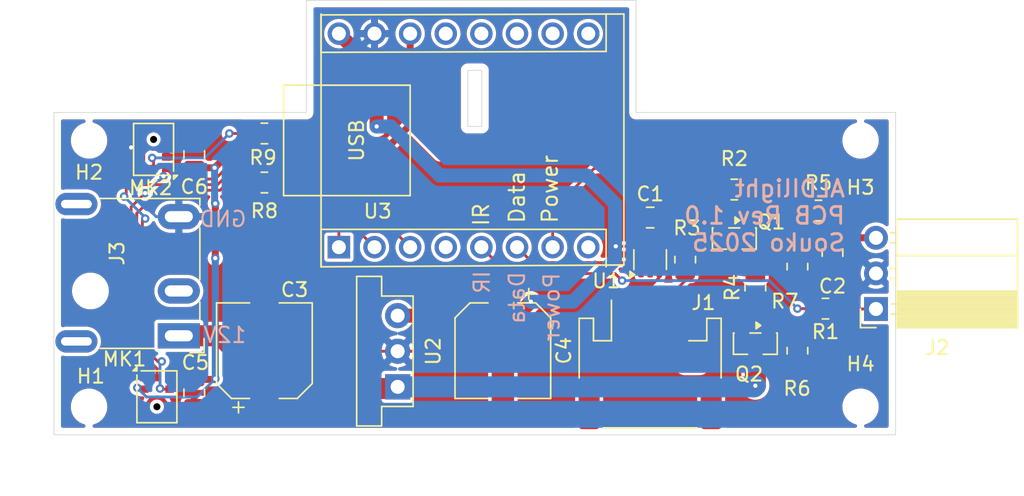
<source format=kicad_pcb>
(kicad_pcb
	(version 20241229)
	(generator "pcbnew")
	(generator_version "9.0")
	(general
		(thickness 1.6)
		(legacy_teardrops no)
	)
	(paper "A4")
	(layers
		(0 "F.Cu" signal)
		(2 "B.Cu" signal)
		(9 "F.Adhes" user "F.Adhesive")
		(11 "B.Adhes" user "B.Adhesive")
		(13 "F.Paste" user)
		(15 "B.Paste" user)
		(5 "F.SilkS" user "F.Silkscreen")
		(7 "B.SilkS" user "B.Silkscreen")
		(1 "F.Mask" user)
		(3 "B.Mask" user)
		(17 "Dwgs.User" user "User.Drawings")
		(19 "Cmts.User" user "User.Comments")
		(21 "Eco1.User" user "User.Eco1")
		(23 "Eco2.User" user "User.Eco2")
		(25 "Edge.Cuts" user)
		(27 "Margin" user)
		(31 "F.CrtYd" user "F.Courtyard")
		(29 "B.CrtYd" user "B.Courtyard")
		(35 "F.Fab" user)
		(33 "B.Fab" user)
		(39 "User.1" user)
		(41 "User.2" user)
		(43 "User.3" user)
		(45 "User.4" user)
	)
	(setup
		(pad_to_mask_clearance 0)
		(allow_soldermask_bridges_in_footprints no)
		(tenting front back)
		(pcbplotparams
			(layerselection 0x00000000_00000000_55555555_5755f5ff)
			(plot_on_all_layers_selection 0x00000000_00000000_00000000_00000000)
			(disableapertmacros no)
			(usegerberextensions no)
			(usegerberattributes yes)
			(usegerberadvancedattributes yes)
			(creategerberjobfile yes)
			(dashed_line_dash_ratio 12.000000)
			(dashed_line_gap_ratio 3.000000)
			(svgprecision 4)
			(plotframeref no)
			(mode 1)
			(useauxorigin no)
			(hpglpennumber 1)
			(hpglpenspeed 20)
			(hpglpendiameter 15.000000)
			(pdf_front_fp_property_popups yes)
			(pdf_back_fp_property_popups yes)
			(pdf_metadata yes)
			(pdf_single_document no)
			(dxfpolygonmode yes)
			(dxfimperialunits yes)
			(dxfusepcbnewfont yes)
			(psnegative no)
			(psa4output no)
			(plot_black_and_white yes)
			(sketchpadsonfab no)
			(plotpadnumbers no)
			(hidednponfab no)
			(sketchdnponfab yes)
			(crossoutdnponfab yes)
			(subtractmaskfromsilk no)
			(outputformat 1)
			(mirror no)
			(drillshape 1)
			(scaleselection 1)
			(outputdirectory "")
		)
	)
	(net 0 "")
	(net 1 "+5V")
	(net 2 "GND")
	(net 3 "Net-(J2-Pin_3)")
	(net 4 "+12V")
	(net 5 "+3.3V")
	(net 6 "DATA")
	(net 7 "12V_Switched")
	(net 8 "Net-(J2-Pin_1)")
	(net 9 "MIC_WS")
	(net 10 "Net-(MK1-SD)")
	(net 11 "MIC_SCK")
	(net 12 "Net-(MK2-SD)")
	(net 13 "LED_POWER")
	(net 14 "Net-(Q1-D)")
	(net 15 "Net-(Q2-G)")
	(net 16 "IR")
	(net 17 "Net-(R3-Pad2)")
	(net 18 "MIC_SD")
	(net 19 "LED_DATA")
	(net 20 "unconnected-(U1-Pad1)")
	(net 21 "unconnected-(U3-GPIO1-Pad1)")
	(net 22 "unconnected-(U3-GPIO8-Pad8)")
	(net 23 "unconnected-(U3-GPIO0-Pad0)")
	(net 24 "unconnected-(U3-GPIO21-Pad21)")
	(net 25 "unconnected-(U3-GPIO2-Pad2)")
	(net 26 "unconnected-(U3-GPIO3-Pad3)")
	(net 27 "unconnected-(U3-GPIO4-Pad4)")
	(footprint "Capacitor_SMD:C_0805_2012Metric" (layer "F.Cu") (at 142.5 34.5))
	(footprint "Connector_BarrelJack:BarrelJack_CUI_PJ-079BH_Horizontal" (layer "F.Cu") (at 108.9 42.9375 -90))
	(footprint "MountingHole:MountingHole_2.1mm" (layer "F.Cu") (at 102.5 48))
	(footprint "Converter_DCDC:Converter_DCDC_Murata_OKI-78SR_Vertical" (layer "F.Cu") (at 124.5 46.58 90))
	(footprint "Resistor_SMD:R_0805_2012Metric" (layer "F.Cu") (at 145 37.5 90))
	(footprint "Capacitor_SMD:C_0805_2012Metric" (layer "F.Cu") (at 110 30 90))
	(footprint "Package_TO_SOT_SMD:SOT-23" (layer "F.Cu") (at 148.5 36 -90))
	(footprint "Resistor_SMD:R_0805_2012Metric" (layer "F.Cu") (at 153 44 -90))
	(footprint "Sensor_Audio:InvenSense_ICS-43434-6_3.5x2.65mm" (layer "F.Cu") (at 107.3375 47.29))
	(footprint "Connector_JST:JST_PH_S3B-PH-SM4-TB_1x03-1MP_P2.00mm_Horizontal" (layer "F.Cu") (at 142.5 45))
	(footprint "Resistor_SMD:R_0805_2012Metric" (layer "F.Cu") (at 154.5 34 180))
	(footprint "Capacitor_SMD:CP_Elec_6.3x7.7" (layer "F.Cu") (at 115 44 90))
	(footprint "Resistor_SMD:R_0805_2012Metric" (layer "F.Cu") (at 153 38 90))
	(footprint "Resistor_SMD:R_0805_2012Metric" (layer "F.Cu") (at 115 28.5))
	(footprint "MountingHole:MountingHole_2.1mm" (layer "F.Cu") (at 102.5 29))
	(footprint "MountingHole:MountingHole_2.1mm" (layer "F.Cu") (at 157.5 48))
	(footprint "Package_TO_SOT_SMD:SOT-23" (layer "F.Cu") (at 150 43.5 -90))
	(footprint "Package_TO_SOT_SMD:SOT-353_SC-70-5" (layer "F.Cu") (at 142.5 37.5 90))
	(footprint "Capacitor_SMD:C_0805_2012Metric" (layer "F.Cu") (at 155.5 37 -90))
	(footprint "Resistor_SMD:R_0805_2012Metric" (layer "F.Cu") (at 148.5 32.5 180))
	(footprint "Capacitor_SMD:C_0805_2012Metric" (layer "F.Cu") (at 110 47 -90))
	(footprint "Resistor_SMD:R_0805_2012Metric" (layer "F.Cu") (at 115 32))
	(footprint "Resistor_SMD:R_0805_2012Metric" (layer "F.Cu") (at 155 41 180))
	(footprint "Capacitor_SMD:CP_Elec_6.3x5.4" (layer "F.Cu") (at 132 44 -90))
	(footprint "Resistor_SMD:R_0805_2012Metric" (layer "F.Cu") (at 150 39.5 90))
	(footprint "Connector_PinSocket_2.54mm:PinSocket_1x03_P2.54mm_Horizontal" (layer "F.Cu") (at 158.6 41.025 180))
	(footprint "Sensor_Audio:InvenSense_ICS-43434-6_3.5x2.65mm" (layer "F.Cu") (at 107.1 29.636 180))
	(footprint "ESP32-C3-SuperMini:ESP32_C3_Super_Mini" (layer "F.Cu") (at 120.31 36.615 90))
	(footprint "MountingHole:MountingHole_2.1mm" (layer "F.Cu") (at 157.5 29))
	(gr_line
		(start 129.5 28)
		(end 130.5 28)
		(stroke
			(width 0.05)
			(type default)
		)
		(layer "Edge.Cuts")
		(uuid "05ef78e6-04ae-44b4-a8a8-eb79d4c0e907")
	)
	(gr_line
		(start 129.5 28)
		(end 129.5 24)
		(stroke
			(width 0.05)
			(type default)
		)
		(layer "Edge.Cuts")
		(uuid "2457412d-2184-4006-88ff-61e1564ac069")
	)
	(gr_line
		(start 118 19)
		(end 141.5 19)
		(stroke
			(width 0.05)
			(type default)
		)
		(layer "Edge.Cuts")
		(uuid "2e69e76a-01cd-48a4-be53-75da5d02078d")
	)
	(gr_line
		(start 130.5 24)
		(end 129.5 24)
		(stroke
			(width 0.05)
			(type default)
		)
		(layer "Edge.Cuts")
		(uuid "342fae6f-e9ea-457a-9336-92d474e8f172")
	)
	(gr_line
		(start 160 27)
		(end 141.5 27)
		(stroke
			(width 0.05)
			(type default)
		)
		(layer "Edge.Cuts")
		(uuid "3bac50cc-cfdd-4b95-8e2b-9d6dce351330")
	)
	(gr_line
		(start 118 27)
		(end 118 19)
		(stroke
			(width 0.05)
			(type default)
		)
		(layer "Edge.Cuts")
		(uuid "64a67b31-e01f-4094-be34-e8e82c19e421")
	)
	(gr_line
		(start 100 50)
		(end 160 50)
		(stroke
			(width 0.05)
			(type default)
		)
		(layer "Edge.Cuts")
		(uuid "72fd05a0-8a3e-4ec3-bfc1-f13644cf9169")
	)
	(gr_line
		(start 130.5 28)
		(end 130.5 24)
		(stroke
			(width 0.05)
			(type default)
		)
		(layer "Edge.Cuts")
		(uuid "78ac70b2-806e-461b-b9c8-e92bed9f11de")
	)
	(gr_line
		(start 100 27)
		(end 118 27)
		(stroke
			(width 0.05)
			(type default)
		)
		(layer "Edge.Cuts")
		(uuid "ba16d200-3bdf-409e-aab7-c379c55b2c7e")
	)
	(gr_line
		(start 141.5 19)
		(end 141.5 27)
		(stroke
			(width 0.05)
			(type default)
		)
		(layer "Edge.Cuts")
		(uuid "c5f70d92-6e8b-490f-ad87-fed9d509e742")
	)
	(gr_line
		(start 100 27)
		(end 100 50)
		(stroke
			(width 0.05)
			(type default)
		)
		(layer "Edge.Cuts")
		(uuid "dc7f8b42-f4d2-48d4-9686-f855410b0772")
	)
	(gr_line
		(start 160 50)
		(end 160 27)
		(stroke
			(width 0.05)
			(type default)
		)
		(layer "Edge.Cuts")
		(uuid "e52ff787-e48a-46ef-9227-99ccdc892db9")
	)
	(gr_text "IR"
		(at 131.1 35.2 90)
		(layer "F.SilkS")
		(uuid "58f88f42-2700-4058-8dee-62e1a466c680")
		(effects
			(font
				(size 1.1 1.1)
				(thickness 0.15)
			)
			(justify left bottom)
		)
	)
	(gr_text "Data"
		(at 133.65 35 90)
		(layer "F.SilkS")
		(uuid "b355e603-acdf-4d34-9bef-c41f5b105d64")
		(effects
			(font
				(size 1.1 1.1)
				(thickness 0.15)
			)
			(justify left bottom)
		)
	)
	(gr_text "Power"
		(at 136 35 90)
		(layer "F.SilkS")
		(uuid "f8408a1d-38c5-4d33-b57a-8165811f0a8a")
		(effects
			(font
				(size 1.1 1.1)
				(thickness 0.15)
			)
			(justify left bottom)
		)
	)
	(gr_text "Power"
		(at 136.125 38.35 90)
		(layer "B.SilkS")
		(uuid "0e4d0068-9272-4df4-a97c-38ec8b1e511a")
		(effects
			(font
				(size 1.1 1.1)
				(thickness 0.15)
			)
			(justify left bottom mirror)
		)
	)
	(gr_text "GND"
		(at 113.825 35.25 0)
		(layer "B.SilkS")
		(uuid "2bde7891-a869-4148-a8bb-311f29042743")
		(effects
			(font
				(size 1.1 1.1)
				(thickness 0.15)
			)
			(justify left bottom mirror)
		)
	)
	(gr_text "IR"
		(at 131.15 38.2 90)
		(layer "B.SilkS")
		(uuid "4e538daf-5bbd-4346-a376-03149fa6e005")
		(effects
			(font
				(size 1.1 1.1)
				(thickness 0.15)
			)
			(justify left bottom mirror)
		)
	)
	(gr_text "12V"
		(at 113.8 43.525 -0)
		(layer "B.SilkS")
		(uuid "791bf097-3739-44dc-b85c-d440edd98632")
		(effects
			(font
				(size 1.1 1.1)
				(thickness 0.15)
			)
			(justify left bottom mirror)
		)
	)
	(gr_text "ALDIlight\nPCB Rev 1.0\nSouko 2025"
		(at 156.5 37 0)
		(layer "B.SilkS")
		(uuid "c29446c6-215e-44e9-b9e1-6747a7bf2a09")
		(effects
			(font
				(size 1.2 1.2)
				(thickness 0.2)
			)
			(justify left bottom mirror)
		)
	)
	(gr_text "Data"
		(at 133.65 38.275 90)
		(layer "B.SilkS")
		(uuid "e832d5d3-19e9-4965-b995-82f2f8bbc165")
		(effects
			(font
				(size 1.1 1.1)
				(thickness 0.15)
			)
			(justify left bottom mirror)
		)
	)
	(segment
		(start 141.55 35.35)
		(end 141.55 34.5)
		(width 0.2)
		(layer "F.Cu")
		(net 1)
		(uuid "294956b7-f15c-48c6-9778-8281aa38ad55")
	)
	(segment
		(start 127.3 41.2)
		(end 127 41.5)
		(width 1)
		(layer "F.Cu")
		(net 1)
		(uuid "321dbd85-5777-4514-86bc-367fec3678df")
	)
	(segment
		(start 141.85 36.55)
		(end 140.05 36.55)
		(width 0.2)
		(layer "F.Cu")
		(net 1)
		(uuid "3453a086-e8b1-40ad-8ff2-a750cb8346c8")
	)
	(segment
		(start 132 41.2)
		(end 127.3 41.2)
		(width 1)
		(layer "F.Cu")
		(net 1)
		(uuid "35bedd75-6b29-4af4-8c6a-bacd7687befa")
	)
	(segment
		(start 140.05 36.55)
		(end 140 36.5)
		(width 0.2)
		(layer "F.Cu")
		(net 1)
		(uuid "369ddbbe-405e-47e6-a3d8-3513e2e7af21")
	)
	(segment
		(start 127 41.5)
		(end 124.5 41.5)
		(width 1)
		(layer "F.Cu")
		(net 1)
		(uuid "3aff8e2c-1d46-4722-b61a-ed65fd3bb492")
	)
	(segment
		(start 133.3 41.2)
		(end 134 40.5)
		(width 1)
		(layer "F.Cu")
		(net 1)
		(uuid "80353118-9122-4067-bdfc-f9ddcf1b70da")
	)
	(segment
		(start 132 41.2)
		(end 133.3 41.2)
		(width 1)
		(layer "F.Cu")
		(net 1)
		(uuid "8d11f6d0-fbcd-4d56-bb5d-932cc21fbbb3")
	)
	(segment
		(start 123 28)
		(end 123 24.065)
		(width 1)
		(layer "F.Cu")
		(net 1)
		(uuid "af1d827e-dda5-43de-adb9-7cee39d825f1")
	)
	(segment
		(start 141.85 35.65)
		(end 141.55 35.35)
		(width 0.2)
		(layer "F.Cu")
		(net 1)
		(uuid "c169b084-49d5-427a-8ce2-8b13b5b033b0")
	)
	(segment
		(start 123 24.065)
		(end 120.31 21.375)
		(width 1)
		(layer "F.Cu")
		(net 1)
		(uuid "c411fdfb-b073-4e54-813d-f41f22fd606f")
	)
	(segment
		(start 141.85 36.55)
		(end 141.85 35.65)
		(width 0.2)
		(layer "F.Cu")
		(net 1)
		(uuid "db0b4c17-04fa-4122-9281-f474033675de")
	)
	(via
		(at 134 40.5)
		(size 0.6)
		(drill 0.3)
		(layers "F.Cu" "B.Cu")
		(net 1)
		(uuid "a521b090-2f8e-4c5e-b6e1-84b4970b5519")
	)
	(via
		(at 123 28)
		(size 0.6)
		(drill 0.3)
		(layers "F.Cu" "B.Cu")
		(net 1)
		(uuid "dae77e67-8e5f-4ae8-a01a-8a39eeb4dc05")
	)
	(via
		(at 140.05 36.55)
		(size 0.6)
		(drill 0.3)
		(layers "F.Cu" "B.Cu")
		(net 1)
		(uuid "eeeac614-88c1-4415-854d-af22b0c9b2ff")
	)
	(segment
		(start 124 28)
		(end 123 28)
		(width 1)
		(layer "B.Cu")
		(net 1)
		(uuid "02c69407-3af2-456b-a350-daa54671dad2")
	)
	(segment
		(start 140 33.5)
		(end 140 36.5)
		(width 1)
		(layer "B.Cu")
		(net 1)
		(uuid "211b24a9-9cb3-4787-8b2c-89a576df522d")
	)
	(segment
		(start 140 37.5)
		(end 137 40.5)
		(width 1)
		(layer "B.Cu")
		(net 1)
		(uuid "32711404-8698-4327-acbf-736e2b4a1994")
	)
	(segment
		(start 137 40.5)
		(end 134 40.5)
		(width 1)
		(layer "B.Cu")
		(net 1)
		(uuid "33363254-d37b-4d5b-a8bd-ed8d7298b737")
	)
	(segment
		(start 127.5 31.5)
		(end 124 28)
		(width 1)
		(layer "B.Cu")
		(net 1)
		(uuid "4d88c0d5-8658-403a-922a-e49454eb13de")
	)
	(segment
		(start 138 31.5)
		(end 140 33.5)
		(width 1)
		(layer "B.Cu")
		(net 1)
		(uuid "7300c871-991b-4d5e-ba87-33b1a22b9e81")
	)
	(segment
		(start 140 36.5)
		(end 140 37.5)
		(width 1)
		(layer "B.Cu")
		(net 1)
		(uuid "95af65d4-05a8-47d4-b0a1-da8cb70175e2")
	)
	(segment
		(start 127.5 31.5)
		(end 138 31.5)
		(width 1)
		(layer "B.Cu")
		(net 1)
		(uuid "f33b5eb8-2e8e-4bd6-8220-4a72625def5a")
	)
	(segment
		(start 110 27.601)
		(end 110 29.05)
		(width 0.2)
		(layer "F.Cu")
		(net 2)
		(uuid "02250283-66c0-4f37-986a-49557ca1074b")
	)
	(segment
		(start 142.88113 35.924)
		(end 142.649 36.15613)
		(width 0.2)
		(layer "F.Cu")
		(net 2)
		(uuid "0305c85c-c680-4565-9222-8c5c5fe9a2ce")
	)
	(segment
		(start 143.15 38.45)
		(end 143.15 37.501)
		(width 0.2)
		(layer "F.Cu")
		(net 2)
		(uuid "05dcabbd-9e09-49b5-8e67-61a772eb7cd3")
	)
	(segment
		(start 124.5 44.04)
		(end 115.54 44.04)
		(width 0.2)
		(layer "F.Cu")
		(net 2)
		(uuid "1c3ceba9-a665-42b4-88d2-1c89202a2a62")
	)
	(segment
		(start 110 29.05)
		(end 108.45 29.05)
		(width 0.2)
		(layer "F.Cu")
		(net 2)
		(uuid "1e271c6f-ca0d-4893-9515-28ec098d61b2")
	)
	(segment
		(start 105.5 28.5)
		(end 105.5 28)
		(width 0.2)
		(layer "F.Cu")
		(net 2)
		(uuid "22c30dd7-ead3-466a-83b8-92a253c6204b")
	)
	(segment
		(start 108.45 29.05)
		(end 108 29.5)
		(width 0.2)
		(layer "F.Cu")
		(net 2)
		(uuid "243a019b-af91-4d72-b6e8-f8f8de4e3ef7")
	)
	(segment
		(start 115.54 44.04)
		(end 115 43.5)
		(width 0.2)
		(layer "F.Cu")
		(net 2)
		(uuid "2d9b984e-ec4b-4524-82c1-f8cf1d1dc8c9")
	)
	(segment
		(start 105.926 28.926)
		(end 105.5 28.5)
		(width 0.2)
		(layer "F.Cu")
		(net 2)
		(uuid "301ee5d7-60ae-48f8-8714-9b34559eb6c0")
	)
	(segment
		(start 147.5875 32.5)
		(end 147.5875 35.025)
		(width 0.2)
		(layer "F.Cu")
		(net 2)
		(uuid "3043b064-267e-4acf-a7ca-a9631cdda324")
	)
	(segment
		(start 146 34.5)
		(end 143.45 34.5)
		(width 0.2)
		(layer "F.Cu")
		(net 2)
		(uuid "395a7c28-3656-46c8-b6a0-232ceffbc404")
	)
	(segment
		(start 110 47.95)
		(end 108.05 47.95)
		(width 0.2)
		(layer "F.Cu")
		(net 2)
		(uuid "3e24f3b0-1bf1-4256-9520-9389a03dd757")
	)
	(segment
		(start 126.94 44.04)
		(end 129.7 46.8)
		(width 0.2)
		(layer "F.Cu")
		(net 2)
		(uuid "42aa7b2b-6524-42b3-acc9-5288a5478e78")
	)
	(segment
		(start 143.026 35.924)
		(end 143.45 35.5)
		(width 0.2)
		(layer "F.Cu")
		(net 2)
		(uuid "481ef29f-ee63-43be-b98b-cb5ba57b6d25")
	)
	(segment
		(start 143.45 35.5)
		(end 143.45 34.5)
		(width 0.2)
		(layer "F.Cu")
		(net 2)
		(uuid "51d3eeda-0352-4d55-aa65-cfd1d8903461")
	)
	(segment
		(start 136.5 45.5)
		(end 140 45.5)
		(width 0.2)
		(layer "F.Cu")
		(net 2)
		(uuid "5b9df24e-ca44-4b52-ae50-4257fbaa8683")
	)
	(segment
		(start 111.95 47.95)
		(end 113 49)
		(width 0.2)
		(layer "F.Cu")
		(net 2)
		(uuid "5f3e2e43-18e5-4bec-9153-303ee5af40f5")
	)
	(segment
		(start 143.026 35.924)
		(end 142.88113 35.924)
		(width 0.2)
		(layer "F.Cu")
		(net 2)
		(uuid "63f320f2-6374-4a33-bcd5-dd59f857e029")
	)
	(segment
		(start 105.5 28.5)
		(end 105.5 29.5)
		(width 0.2)
		(layer "F.Cu")
		(net 2)
		(uuid "65a708b9-a9b8-4d23-a162-0a2bf9c6b918")
	)
	(segment
		(start 143.15 38.774999)
		(end 142.424999 39.5)
		(width 0.2)
		(layer "F.Cu")
		(net 2)
		(uuid "67d4da5f-0670-4aa5-888a-60c6bf55f782")
	)
	(segment
		(start 115 41.3)
		(end 115 43.5)
		(width 0.2)
		(layer "F.Cu")
		(net 2)
		(uuid "6e245632-8c56-421f-aab2-b48c0b4a8b88")
	)
	(segment
		(start 140.5 45)
		(end 140.5 42.15)
		(width 0.2)
		(layer "F.Cu")
		(net 2)
		(uuid "6e90a1cc-81d8-4276-9ac7-55dfdc1a72a0")
	)
	(segment
		(start 147.55 35.0625)
		(end 146.5625 35.0625)
		(width 0.2)
		(layer "F.Cu")
		(net 2)
		(uuid "7715cd4d-653f-4acc-af3f-1c5450fd3498")
	)
	(segment
		(start 143.15 38.45)
		(end 143.15 38.774999)
		(width 0.2)
		(layer "F.Cu")
		(net 2)
		(uuid "7a711ff8-58c9-4e84-a589-c2517a4de55d")
	)
	(segment
		(start 113 49)
		(end 127.5 49)
		(width 0.2)
		(layer "F.Cu")
		(net 2)
		(uuid "7d010196-6814-4d94-bbc4-4fd424ea7864")
	)
	(segment
		(start 105.899 27.601)
		(end 110 27.601)
		(width 0.2)
		(layer "F.Cu")
		(net 2)
		(uuid "8109428b-3fac-45d6-835d-443b2207a646")
	)
	(segment
		(start 135.2 46.8)
		(end 136.5 45.5)
		(width 0.2)
		(layer "F.Cu")
		(net 2)
		(uuid "8435212f-d492-44ce-a175-9071a844dc7d")
	)
	(segment
		(start 146.5625 35.0625)
		(end 146 34.5)
		(width 0.2)
		(layer "F.Cu")
		(net 2)
		(uuid "89365eea-6f70-441f-8dd5-dfa9b7663fc9")
	)
	(segment
		(start 108.9 36.4)
		(end 110.5 38)
		(width 0.2)
		(layer "F.Cu")
		(net 2)
		(uuid "8a090dd6-ee27-4c37-b8d7-99d38a5ab84f")
	)
	(segment
		(start 110.5 38)
		(end 115 38)
		(width 0.2)
		(layer "F.Cu")
		(net 2)
		(uuid "99c5ebfb-be28-48bc-addc-be7bd3f7cf29")
	)
	(segment
		(start 115 38)
		(end 115 41.3)
		(width 0.2)
		(layer "F.Cu")
		(net 2)
		(uuid "9dee00ac-6613-46e7-924f-a68b0419e237")
	)
	(segment
		(start 106.4375 28.926)
		(end 105.926 28.926)
		(width 0.2)
		(layer "F.Cu")
		(net 2)
		(uuid "9eaec44e-63bb-4421-ad45-d648ddc846a8")
	)
	(segment
		(start 124.5 44.04)
		(end 126.94 44.04)
		(width 0.2)
		(layer "F.Cu")
		(net 2)
		(uuid "a0904615-ca68-4cae-88d9-0635d2f02a83")
	)
	(segment
		(start 105.5 28)
		(end 105.899 27.601)
		(width 0.2)
		(layer "F.Cu")
		(net 2)
		(uuid "a1542e0f-85c3-485e-8c25-dfa3e9a3246d")
	)
	(segment
		(start 108.9 34.4375)
		(end 108.9 36.4)
		(width 0.2)
		(layer "F.Cu")
		(net 2)
		(uuid "a49c15b3-05df-4746-b89d-12a6e284d6e2")
	)
	(segment
		(start 132 46.8)
		(end 135.2 46.8)
		(width 0.2)
		(layer "F.Cu")
		(net 2)
		(uuid "a6025ed8-583e-450b-9a63-25e51b22d3d6")
	)
	(segment
		(start 129.7 46.8)
		(end 132 46.8)
		(width 0.2)
		(layer "F.Cu")
		(net 2)
		(uuid "aaf0ae10-2bed-4825-b24c-8b50e7ac1dd5")
	)
	(segment
		(start 110 47.95)
		(end 111.95 47.95)
		(width 0.2)
		(layer "F.Cu")
		(net 2)
		(uuid "aeddc613-05e4-4200-8c04-a01324cf5754")
	)
	(segment
		(start 143.15 37.501)
		(end 142.649 37)
		(width 0.2)
		(layer "F.Cu")
		(net 2)
		(uuid "c31d0389-f083-40bf-91df-e908604809bb")
	)
	(segment
		(start 142.424999 39.5)
		(end 141 39.5)
		(width 0.2)
		(layer "F.Cu")
		(net 2)
		(uuid "c6e87f4f-115c-4273-a015-12ede82a5024")
	)
	(segment
		(start 108.05 47.95)
		(end 108 48)
		(width 0.2)
		(layer "F.Cu")
		(net 2)
		(uuid "dba56f4f-02a8-4807-98f2-0c3063e15ac5")
	)
	(segment
		(start 147.5875 35.025)
		(end 147.55 35.0625)
		(width 0.2)
		(layer "F.Cu")
		(net 2)
		(uuid "e528a6eb-6f73-4f23-a218-710c026ab46b")
	)
	(segment
		(start 140 45.5)
		(end 140.5 45)
		(width 0.2)
		(layer "F.Cu")
		(net 2)
		(uuid "e683a09c-dea3-4a4b-a9d1-31832553a0bb")
	)
	(segment
		(start 140.5 40)
		(end 140.5 42.15)
		(width 0.2)
		(layer "F.Cu")
		(net 2)
		(uuid "e74a8a77-b7a5-46c5-b1eb-d9e3dd6489a0")
	)
	(segment
		(start 141 39.5)
		(end 140.5 40)
		(width 0.2)
		(layer "F.Cu")
		(net 2)
		(uuid "ed1af17f-057d-4bb5-862e-776d2a0b0a45")
	)
	(segment
		(start 142.649 37)
		(end 142.649 36.15613)
		(width 0.2)
		(layer "F.Cu")
		(net 2)
		(uuid "f1460f8e-ead1-4647-9fab-c40e351ceeec")
	)
	(segment
		(start 127.5 49)
		(end 129.7 46.8)
		(width 0.2)
		(layer "F.Cu")
		(net 2)
		(uuid "f5511c79-20d7-4b23-947e-3d4276643d44")
	)
	(segment
		(start 108 29.5)
		(end 108 30.178)
		(width 0.2)
		(layer "F.Cu")
		(net 2)
		(uuid "fdd0aa26-3f04-4770-8f2b-2b0ae8992460")
	)
	(via
		(at 105.5 29.5)
		(size 0.6)
		(drill 0.3)
		(layers "F.Cu" "B.Cu")
		(net 2)
		(uuid "f5ea31a8-8454-41fd-98b2-c40ab3daecc3")
	)
	(segment
		(start 112.5 34.5)
		(end 112.4375 34.4375)
		(width 0.5)
		(layer "B.Cu")
		(net 2)
		(uuid "26eeca36-b244-465a-92e0-0a71409165a5")
	)
	(segment
		(start 105.5 32.650057)
		(end 107.287443 34.4375)
		(width 0.2)
		(layer "B.Cu")
		(net 2)
		(uuid "33d024d9-688c-4dd0-9c15-704f87053d20")
	)
	(segment
		(start 122.85 21.375)
		(end 122.049 22.176)
		(width 0.5)
		(layer "B.Cu")
		(net 2)
		(uuid "72b92b41-bd8b-4215-976b-4f1969502c99")
	)
	(segment
		(start 122.049 22.176)
		(end 122.049 30.451)
		(width 0.5)
		(layer "B.Cu")
		(net 2)
		(uuid "8405c4c2-075e-48f7-859a-f57a91435c70")
	)
	(segment
		(start 118 34.5)
		(end 112.5 34.5)
		(width 0.5)
		(layer "B.Cu")
		(net 2)
		(uuid "98c57d8b-faa9-4775-bb7d-32be86650cfe")
	)
	(segment
		(start 112.4375 34.4375)
		(end 108.9 34.4375)
		(width 0.5)
		(layer "B.Cu")
		(net 2)
		(uuid "bf6cd65c-b26c-49d5-9fde-93f21f052a12")
	)
	(segment
		(start 105.5 29.5)
		(end 105.5 32.650057)
		(width 0.2)
		(layer "B.Cu")
		(net 2)
		(uuid "d576530d-0dd6-49f8-a09a-311fc2737bff")
	)
	(segment
		(start 122.049 30.451)
		(end 118 34.5)
		(width 0.5)
		(layer "B.Cu")
		(net 2)
		(uuid "db8ea3ff-e4e8-4b55-a335-cf42532a1cc0")
	)
	(segment
		(start 107.287443 34.4375)
		(end 108.9 34.4375)
		(width 0.2)
		(layer "B.Cu")
		(net 2)
		(uuid "fc1358bd-134b-423c-9c64-bc05bc57bca3")
	)
	(segment
		(start 158.6 35.945)
		(end 155.605 35.945)
		(width 0.5)
		(layer "F.Cu")
		(net 3)
		(uuid "10aa0702-9fa1-42fb-84e8-de883ca84351")
	)
	(segment
		(start 155.4125 34)
		(end 155.4125 35.9625)
		(width 0.5)
		(layer "F.Cu")
		(net 3)
		(uuid "7e26ec47-cc5b-4f06-939a-55b860542155")
	)
	(segment
		(start 155.4125 35.9625)
		(end 155.5 36.05)
		(width 0.5)
		(layer "F.Cu")
		(net 3)
		(uuid "9e9c5648-c7d9-46ce-a8bf-10b9ad0a1a75")
	)
	(segment
		(start 155.605 35.945)
		(end 155.5 36.05)
		(width 0.5)
		(layer "F.Cu")
		(net 3)
		(uuid "b1ac081c-485f-4a05-8763-332f0a576775")
	)
	(segment
		(start 114.8 46.5)
		(end 115 46.7)
		(width 1.5)
		(layer "F.Cu")
		(net 4)
		(uuid "1630e96e-8f8b-4cb7-8bfc-5adb2ece4447")
	)
	(segment
		(start 111.9 42.9375)
		(end 113 44.0375)
		(width 1.5)
		(layer "F.Cu")
		(net 4)
		(uuid "2f1e000d-bf04-491c-bcdc-3ac8be891fcd")
	)
	(segment
		(start 115 46.7)
		(end 124.38 46.7)
		(width 1.5)
		(layer "F.Cu")
		(net 4)
		(uuid "384dbdc9-4173-4941-8f4f-8c815a9b60d3")
	)
	(segment
		(start 150.475 44.9125)
		(end 150 44.4375)
		(width 0.5)
		(layer "F.Cu")
		(net 4)
		(uuid "3bebca31-94da-4cc1-b4de-75524a33277a")
	)
	(segment
		(start 108.9 42.9375)
		(end 111.9 42.9375)
		(width 1.5)
		(layer "F.Cu")
		(net 4)
		(uuid "577f96f2-e8b5-4fbb-8b4d-76089efbcc66")
	)
	(segment
		(start 124.38 46.7)
		(end 124.5 46.58)
		(width 1.5)
		(layer "F.Cu")
		(net 4)
		(uuid "9a9ece8c-ca33-4a76-9d9b-180e0937f761")
	)
	(segment
		(start 113 44.0375)
		(end 113 46.5)
		(width 1.5)
		(layer "F.Cu")
		(net 4)
		(uuid "ac566aa2-5261-40c5-935f-a6f3988bac49")
	)
	(segment
		(start 113 46.5)
		(end 114.8 46.5)
		(width 1.5)
		(layer "F.Cu")
		(net 4)
		(uuid "d340abcb-78fe-4fec-ab7d-bcc2463b024b")
	)
	(segment
		(start 153 44.9125)
		(end 150.475 44.9125)
		(width 0.5)
		(layer "F.Cu")
		(net 4)
		(uuid "f2a63ee3-c9fd-4181-b689-08b192710917")
	)
	(segment
		(start 150 46.5)
		(end 150 44.4375)
		(width 1.5)
		(layer "F.Cu")
		(net 4)
		(uuid "f431361d-affc-44f6-a9d9-585fcd5406b5")
	)
	(via
		(at 150 46.5)
		(size 0.6)
		(drill 0.3)
		(layers "F.Cu" "B.Cu")
		(net 4)
		(uuid "623734b4-7195-456a-be6f-39d55b267660")
	)
	(segment
		(start 149.92 46.58)
		(end 150 46.5)
		(width 1.5)
		(layer "B.Cu")
		(net 4)
		(uuid "0bcf7087-e2e7-43b0-a4a6-d20d78cf7c62")
	)
	(segment
		(start 124.5 46.58)
		(end 149.92 46.58)
		(width 1.5)
		(layer "B.Cu")
		(net 4)
		(uuid "af3cae63-e0b5-4e6b-b4d3-d1375280a83c")
	)
	(segment
		(start 153.5875 33.0875)
		(end 153.5875 34)
		(width 0.5)
		(layer "F.Cu")
		(net 5)
		(uuid "0517a1ca-4afd-40a6-9e1a-8c2bc7e174c0")
	)
	(segment
		(start 108.2375 45.926)
		(end 109.876 45.926)
		(width 0.2)
		(layer "F.Cu")
		(net 5)
		(uuid "061dfec0-6797-41e8-b279-31c9adf14e9f")
	)
	(segment
		(start 125.39 23)
		(end 125.39 24.11)
		(width 0.5)
		(layer "F.Cu")
		(net 5)
		(uuid "13297534-ca9b-44f4-a85f-f6e3d101c1c4")
	)
	(segment
		(start 106.039623 46.748)
		(end 105.9364 46.644777)
		(width 0.2)
		(layer "F.Cu")
		(net 5)
		(uuid "13a7d5ef-46cf-402e-aaa8-f10b41b09824")
	)
	(segment
		(start 111.45 46.05)
		(end 111.5 46)
		(width 0.5)
		(layer "F.Cu")
		(net 5)
		(uuid "1933d46e-ff6c-47e9-a5a0-d28109b7bc95")
	)
	(segment
		(start 109.876 45.926)
		(end 110 46.05)
		(width 0.2)
		(layer "F.Cu")
		(net 5)
		(uuid "1a8f81ae-21d8-4b4b-8d41-d9e91e3883ce")
	)
	(segment
		(start 139.5 30)
		(end 142.5 30)
		(width 0.5)
		(layer "F.Cu")
		(net 5)
		(uuid "1fc5334f-af23-4a47-8749-fa5b8dc5f51c")
	)
	(segment
		(start 142.5 30)
		(end 150.5 30)
		(width 0.5)
		(layer "F.Cu")
		(net 5)
		(uuid "23b5e765-5b3c-49dd-a588-a4c792f2a158")
	)
	(segment
		(start 125.39 27.89)
		(end 125.39 23)
		(width 0.5)
		(layer "F.Cu")
		(net 5)
		(uuid "3f4c750a-33bd-477b-85ad-2e7ec1277b74")
	)
	(segment
		(start 111.5 33.5)
		(end 111.5 37.4)
		(width 0.5)
		(layer "F.Cu")
		(net 5)
		(uuid "3ffd58f6-e481-436b-8f3d-a6cc5c984a86")
	)
	(segment
		(start 142.5 30)
		(end 127.5 30)
		(width 0.5)
		(layer "F.Cu")
		(net 5)
		(uuid "5e07f193-bea7-41e2-8f77-d8b7d8bc307e")
	)
	(segment
		(start 110 46.05)
		(end 111.45 46.05)
		(width 0.5)
		(layer "F.Cu")
		(net 5)
		(uuid "6dd629dd-194e-43b5-821e-23616fde497c")
	)
	(segment
		(start 150.5 30)
		(end 153.5875 33.0875)
		(width 0.5)
		(layer "F.Cu")
		(net 5)
		(uuid "7138cbd2-9966-4c98-ad55-fd6135ddc878")
	)
	(segment
		(start 153.5875 35.4125)
		(end 153.5875 34)
		(width 0.5)
		(layer "F.Cu")
		(net 5)
		(uuid "84a64a2f-1634-47a8-996c-315bb2cddea5")
	)
	(segment
		(start 111.451235 30.951235)
		(end 110.001235 30.951235)
		(width 0.5)
		(layer "F.Cu")
		(net 5)
		(uuid "9c4ff0e7-46b5-44c5-a9d6-cc9f8f377a4f")
	)
	(segment
		(start 106.4375 46.748)
		(end 106.039623 46.748)
		(width 0.2)
		(layer "F.Cu")
		(net 5)
		(uuid "9cc3e19d-1e86-482c-9a4f-453c5a14b6dc")
	)
	(segment
		(start 127.5 30)
		(end 125.39 27.89)
		(width 0.5)
		(layer "F.Cu")
		(net 5)
		(uuid "a0302aee-6afb-419a-ad24-678e4368d913")
	)
	(segment
		(start 125.39 27.89)
		(end 123.233 30.047)
		(width 0.5)
		(layer "F.Cu")
		(net 5)
		(uuid "ce87c455-54dd-49cf-87fb-afb7d1e74285")
	)
	(segment
		(start 123.233 30.047)
		(end 119 30.047)
		(width 0.5)
		(layer "F.Cu")
		(net 5)
		(uuid "cebede72-6f7b-4b2b-8866-8205288d98e9")
	)
	(segment
		(start 119.453 30.047)
		(end 119 30.047)
		(width 0.5)
		(layer "F.Cu")
		(net 5)
		(uuid "d2dc8a26-27f0-48ab-9f3e-c773867008c5")
	)
	(segment
		(start 153 36)
		(end 153.5875 35.4125)
		(width 0.5)
		(layer "F.Cu")
		(net 5)
		(uuid "d382d8d5-7c31-4122-bc97-33f8d837a081")
	)
	(segment
		(start 110.001235 30.951235)
		(end 110 30.95)
		(width 0.5)
		(layer "F.Cu")
		(net 5)
		(uuid "d80bbf19-26f1-496c-835f-6ad073a7eeaf")
	)
	(segment
		(start 119 30.047)
		(end 112.35547 30.047)
		(width 0.5)
		(layer "F.Cu")
		(net 5)
		(uuid "e3d4d6f0-ea74-4ed7-ae4e-27e394b053e5")
	)
	(segment
		(start 112.35547 30.047)
		(end 111.451235 30.951235)
		(width 0.5)
		(layer "F.Cu")
		(net 5)
		(uuid "e8cbab0a-ed32-4acd-8a1b-b9e276422074")
	)
	(segment
		(start 125.39 21.375)
		(end 125.39 23)
		(width 0.5)
		(layer "F.Cu")
		(net 5)
		(uuid "ea997cdf-d4d0-4c5b-95c2-7cf329b1ebf0")
	)
	(segment
		(start 153 37.0875)
		(end 153 36)
		(width 0.5)
		(layer "F.Cu")
		(net 5)
		(uuid "f05443d2-60e2-4d4f-b7a4-d232ae587334")
	)
	(via
		(at 111.5 33.5)
		(size 0.6)
		(drill 0.3)
		(layers "F.Cu" "B.Cu")
		(net 5)
		(uuid "1bcde028-2f52-4641-9198-ac4b643227b9")
	)
	(via
		(at 111.451235 30.951235)
		(size 0.6)
		(drill 0.3)
		(layers "F.Cu" "B.Cu")
		(net 5)
		(uuid "26fd1a86-12be-42ea-a2d5-cb953391d9d1")
	)
	(via
		(at 105.9364 46.644777)
		(size 0.6)
		(drill 0.3)
		(layers "F.Cu" "B.Cu")
		(net 5)
		(uuid "7f5a10df-eaee-4b9c-9542-d02b2260c32d")
	)
	(via
		(at 111.5 37.4)
		(size 0.6)
		(drill 0.3)
		(layers "F.Cu" "B.Cu")
		(net 5)
		(uuid "9097a3cf-b5b2-4f94-8b1e-f729a276be47")
	)
	(via
		(at 111.5 46)
		(size 0.6)
		(drill 0.3)
		(layers "F.Cu" "B.Cu")
		(net 5)
		(uuid "a588d1c3-ad75-4326-9412-f52c35e1b6e3")
	)
	(segment
		(start 111.5 46)
		(end 111.451235 45.951235)
		(width 0.5)
		(layer "B.Cu")
		(net 5)
		(uuid "347e8b02-a930-4e4c-9ccc-ca99f116f340")
	)
	(segment
		(start 111.451235 33.451235)
		(end 111.5 33.5)
		(width 0.5)
		(layer "B.Cu")
		(net 5)
		(uuid "3d5cacf3-79bb-4d0b-b8c7-24c3aec23112")
	)
	(segment
		(start 106.593471 47.301848)
		(end 110.198152 47.301848)
		(width 0.2)
		(layer "B.Cu")
		(net 5)
		(uuid "6ea26a8e-850b-42be-a01f-e763c7e04437")
	)
	(segment
		(start 111.5 37.4)
		(end 111.5 46)
		(width 0.5)
		(layer "B.Cu")
		(net 5)
		(uuid "7cb621d7-3b6c-41f0-a718-9e9694e34a5b")
	)
	(segment
		(start 110.198152 47.301848)
		(end 111.5 46)
		(width 0.2)
		(layer "B.Cu")
		(net 5)
		(uuid "814b1175-49d4-4d12-8d11-320e92fdda28")
	)
	(segment
		(start 111.451235 30.951235)
		(end 111.451235 33.451235)
		(width 0.5)
		(layer "B.Cu")
		(net 5)
		(uuid "82e7f453-d61d-46dc-9db4-acf43f069646")
	)
	(segment
		(start 105.9364 46.644777)
		(end 106.593471 47.301848)
		(width 0.2)
		(layer "B.Cu")
		(net 5)
		(uuid "db91b430-611b-47c6-a352-3b2d21af979b")
	)
	(segment
		(start 142.5 42.15)
		(end 142.5 40)
		(width 0.2)
		(layer "F.Cu")
		(net 6)
		(uuid "06657f0b-5ab8-48c9-89f2-4ea5a5873842")
	)
	(segment
		(start 145 39)
		(end 145 38.4125)
		(width 0.2)
		(layer "F.Cu")
		(net 6)
		(uuid "141328a6-144f-4714-a74f-329ee603f10f")
	)
	(segment
		(start 143 39.5)
		(end 144.5 39.5)
		(width 0.2)
		(layer "F.Cu")
		(net 6)
		(uuid "1cb26c45-29bb-4a62-bcb5-cb03b78d2df2")
	)
	(segment
		(start 144.5 39.5)
		(end 145 39)
		(width 0.2)
		(layer "F.Cu")
		(net 6)
		(uuid "7380112e-3c89-43f2-8c60-df03d5340227")
	)
	(segment
		(start 143 39.5)
		(end 142.5 40)
		(width 0.2)
		(layer "F.Cu")
		(net 6)
		(uuid "f8e56171-d67c-414a-bb48-44d532c23b17")
	)
	(segment
		(start 146 45)
		(end 145 45)
		(width 1)
		(layer "F.Cu")
		(net 7)
		(uuid "20090819-b1b2-464a-bc91-52afa4243dfc")
	)
	(segment
		(start 145 45)
		(end 144.5 44.5)
		(width 1)
		(layer "F.Cu")
		(net 7)
		(uuid "43131f37-4a26-4f5b-80ad-6c848afe5504")
	)
	(segment
		(start 149.05 42.5625)
		(end 147.4375 42.5625)
		(width 1)
		(layer "F.Cu")
		(net 7)
		(uuid "542fb501-435e-48d5-ae70-4941f8558ffb")
	)
	(segment
		(start 146.5 44.5)
		(end 146 45)
		(width 1)
		(layer "F.Cu")
		(net 7)
		(uuid "7bf252b8-e408-44fd-b561-97f048ae94b8")
	)
	(segment
		(start 146.5 43.5)
		(end 146.5 44.5)
		(width 1)
		(layer "F.Cu")
		(net 7)
		(uuid "d175d159-4351-4b30-852d-e0e23f154e60")
	)
	(segment
		(start 147.4375 42.5625)
		(end 146.5 43.5)
		(width 1)
		(layer "F.Cu")
		(net 7)
		(uuid "d60dc179-e214-40b1-ab54-da81a7f9cd28")
	)
	(segment
		(start 144.5 44.5)
		(end 144.5 42.15)
		(width 1)
		(layer "F.Cu")
		(net 7)
		(uuid "eab95a43-a2d0-49a0-aa50-1ed7554e19b3")
	)
	(segment
		(start 158.6 41.025)
		(end 155.9375 41.025)
		(width 0.2)
		(layer "F.Cu")
		(net 8)
		(uuid "5383add1-bbb1-4cc5-b511-edb2ba89967b")
	)
	(segment
		(start 155.9375 41.025)
		(end 155.9125 41)
		(width 0.2)
		(layer "F.Cu")
		(net 8)
		(uuid "8573a878-8db4-4e9a-bcd2-b1a0e78d242f")
	)
	(segment
		(start 117.17626 31.198)
		(end 119.8322 31.198)
		(width 0.2)
		(layer "F.Cu")
		(net 9)
		(uuid "145cb139-422c-4d2f-8d41-4d43bf313d1f")
	)
	(segment
		(start 116.57626 30.598)
		(end 117.17626 31.198)
		(width 0.2)
		(layer "F.Cu")
		(net 9)
		(uuid "1a10567a-1b70-41ca-9564-b15630c498d6")
	)
	(segment
		(start 124.275 35.5)
		(end 125.39 36.615)
		(width 0.2)
		(layer "F.Cu")
		(net 9)
		(uuid "1c927a1e-5e7a-473f-abbb-5ce0f1ae33a5")
	)
	(segment
		(start 106.4375 45.926)
		(end 106.4375 44.9375)
		(width 0.2)
		(layer "F.Cu")
		(net 9)
		(uuid "2d984ffc-c5ea-405d-82b7-63e07ea0131b")
	)
	(segment
		(start 108 31)
		(end 108.751 31.751)
		(width 0.2)
		(layer "F.Cu")
		(net 9)
		(uuid "2e596117-aa40-430e-a106-2dafb47583ac")
	)
	(segment
		(start 106.4375 44.9375)
		(end 105.5 44)
		(width 0.2)
		(layer "F.Cu")
		(net 9)
		(uuid "37d21d70-a2e5-4e9d-87ab-64c56756b34a")
	)
	(segment
		(start 121.112 32.4778)
		(end 121.112 34.3099)
		(width 0.2)
		(layer "F.Cu")
		(net 9)
		(uuid "510d607c-34b4-4647-bffa-11e59f5ccef3")
	)
	(segment
		(start 119.8322 31.198)
		(end 121.112 32.4778)
		(width 0.2)
		(layer "F.Cu")
		(net 9)
		(uuid "6253d8f5-4919-434f-a356-41b140ce8fa9")
	)
	(segment
		(start 122.3021 35.5)
		(end 124.275 35.5)
		(width 0.2)
		(layer "F.Cu")
		(net 9)
		(uuid "6ddf832a-f863-4ab9-a053-d4b477adbcfa")
	)
	(segment
		(start 107.806594 31.193406)
		(end 108 31)
		(width 0.2)
		(layer "F.Cu")
		(net 9)
		(uuid "80795668-70e1-4b47-813d-56c89b43e7ff")
	)
	(segment
		(start 108.751 31.751)
		(end 111.5 31.751)
		(width 0.2)
		(layer "F.Cu")
		(net 9)
		(uuid "96dc366a-3093-4922-b31c-40467d73dc50")
	)
	(segment
		(start 107.806594 31.552)
		(end 107.806594 31.193406)
		(width 0.2)
		(layer "F.Cu")
		(net 9)
		(uuid "d9b0064a-d653-4016-b5bb-e6bc27bada9a")
	)
	(segment
		(start 105.5 33.752)
		(end 106.5 32.752)
		(width 0.2)
		(layer "F.Cu")
		(net 9)
		(uuid "e97bb81e-cfbf-4622-8e9f-85294b070680")
	)
	(segment
		(start 121.112 34.3099)
		(end 122.3021 35.5)
		(width 0.2)
		(layer "F.Cu")
		(net 9)
		(uuid "ee57b0d9-4336-4cbf-a2b6-6c47609dae5f")
	)
	(segment
		(start 112.653 30.598)
		(end 116.57626 30.598)
		(width 0.2)
		(layer "F.Cu")
		(net 9)
		(uuid "f57d546b-99a1-4f0e-91ba-fc8b69e0cfef")
	)
	(segment
		(start 105.5 44)
		(end 105.5 33.752)
		(width 0.2)
		(layer "F.Cu")
		(net 9)
		(uuid "f7b9fa37-f65a-4967-9c1a-1537f72bb78b")
	)
	(segment
		(start 111.5 31.751)
		(end 112.653 30.598)
		(width 0.2)
		(layer "F.Cu")
		(net 9)
		(uuid "f82775f3-79b1-4ddf-8294-cfd5816ed0e4")
	)
	(via
		(at 107.806594 31.552)
		(size 0.6)
		(drill 0.3)
		(layers "F.Cu" "B.Cu")
		(net 9)
		(uuid "c7af83fc-e47d-4274-8732-7a81e72b4ff3")
	)
	(via
		(at 106.5 32.752)
		(size 0.6)
		(drill 0.3)
		(layers "F.Cu" "B.Cu")
		(net 9)
		(uuid "cd7af1df-7a3b-4639-8d3d-c41566aa3ed9")
	)
	(segment
		(start 107.5 31.858594)
		(end 107.393406 31.858594)
		(width 0.2)
		(layer "B.Cu")
		(net 9)
		(uuid "03cee073-f021-47e1-b3a7-b2d06e3d9418")
	)
	(segment
		(start 107.5 31.858594)
		(end 107.806594 31.552)
		(width 0.2)
		(layer "B.Cu")
		(net 9)
		(uuid "b1dc3d83-274b-4846-b000-5445923dc3e5")
	)
	(segment
		(start 107.393406 31.858594)
		(end 106.5 32.752)
		(width 0.2)
		(layer "B.Cu")
		(net 9)
		(uuid "f540e84e-d2bd-4939-93ff-568b11a6bd6c")
	)
	(segment
		(start 111.8322 32.553)
		(end 112.3852 32)
		(width 0.2)
		(layer "F.Cu")
		(net 10)
		(uuid "0fa407be-2f09-454f-8bce-a1641f5c57eb")
	)
	(segment
		(start 107.3375 45.2704)
		(end 105.901 43.8339)
		(width 0.2)
		(layer "F.Cu")
		(net 10)
		(uuid "6260d90b-6c73-4beb-8fdf-4460ca553ff3")
	)
	(segment
		(start 107.3375 45.926)
		(end 107.3375 45.2704)
		(width 0.2)
		(layer "F.Cu")
		(net 10)
		(uuid "64e66c5e-7bc4-4496-9d00-a6939434a591")
	)
	(segment
		(start 105.901 43.8339)
		(end 105.901 34.200943)
		(width 0.2)
		(layer "F.Cu")
		(net 10)
		(uuid "6807f6e0-4272-4378-9a5a-1f2f4558a034")
	)
	(segment
		(start 105.901 34.200943)
		(end 107.548944 32.553)
		(width 0.2)
		(layer "F.Cu")
		(net 10)
		(uuid "be6b7d49-b260-455a-b445-3662e4d3669a")
	)
	(segment
		(start 107.548944 32.553)
		(end 111.8322 32.553)
		(width 0.2)
		(layer "F.Cu")
		(net 10)
		(uuid "e35330cf-4178-49c7-b356-9cdb41bc0206")
	)
	(segment
		(start 112.3852 32)
		(end 114.0875 32)
		(width 0.2)
		(layer "F.Cu")
		(net 10)
		(uuid "f8d189d3-eb0b-47e2-99b0-008ee7c7651f")
	)
	(segment
		(start 111.6661 32.152)
		(end 105.152 32.152)
		(width 0.2)
		(layer "F.Cu")
		(net 11)
		(uuid "0bb6d2ea-7985-4a5b-87e5-05af61879482")
	)
	(segment
		(start 119.6661 31.599)
		(end 120.03355 31.96645)
		(width 0.2)
		(layer "F.Cu")
		(net 11)
		(uuid "1f0fd80a-f2c8-4139-937d-da74d9a40bf7")
	)
	(segment
		(start 116.41016 30.999)
		(end 117.01016 31.599)
		(width 0.2)
		(layer "F.Cu")
		(net 11)
		(uuid "39839104-1e64-47de-aee2-417bc184cb1a")
	)
	(segment
		(start 117.01016 31.599)
		(end 119.6661 31.599)
		(width 0.2)
		(layer "F.Cu")
		(net 11)
		(uuid "3ba38ee1-dbf2-4b0f-ab94-e79a099b5ff9")
	)
	(segment
		(start 120.711 34.476)
		(end 120.711 32.6439)
		(width 0.2)
		(layer "F.Cu")
		(net 11)
		(uuid "3c8900cb-f734-42f8-b02e-580b906eedce")
	)
	(segment
		(start 105 32)
		(end 105 30.878)
		(width 0.2)
		(layer "F.Cu")
		(net 11)
		(uuid "3f9dd7bf-9673-4863-b974-1eb7a1e69835")
	)
	(segment
		(start 108.2375 46.748)
		(end 107.606657 46.748)
		(width 0.2)
		(layer "F.Cu")
		(net 11)
		(uuid "436853ef-926c-458a-9ba0-c812c472c5bd")
	)
	(segment
		(start 105 30.878)
		(end 105.7 30.178)
		(width 0.2)
		(layer "F.Cu")
		(net 11)
		(uuid "4a51af54-6447-4724-b4c7-d7ddb19949cd")
	)
	(segment
		(start 105.152 32.152)
		(end 105.152 32.848)
		(width 0.2)
		(layer "F.Cu")
		(net 11)
		(uuid "55bdd1b5-a62f-4619-8b01-434aeaaa62cc")
	)
	(segment
		(start 122.85 36.615)
		(end 120.711 34.476)
		(width 0.2)
		(layer "F.Cu")
		(net 11)
		(uuid "5dcb327b-230c-43cb-90ae-9f9c382e4d79")
	)
	(segment
		(start 107.606657 46.748)
		(end 107.559505 46.700848)
		(width 0.2)
		(layer "F.Cu")
		(net 11)
		(uuid "5ee55e36-bd83-47ad-99f9-9cf4c8059df6")
	)
	(segment
		(start 105.152 32.152)
		(end 105 32)
		(width 0.2)
		(layer "F.Cu")
		(net 11)
		(uuid "626cb122-6843-4a69-bdd2-06b565844c8f")
	)
	(segment
		(start 114 30.999)
		(end 114.598 30.999)
		(width 0.2)
		(layer "F.Cu")
		(net 11)
		(uuid "81750d7f-9c43-4515-a9bb-9c8622e6c609")
	)
	(segment
		(start 105.152 32.848)
		(end 105 33)
		(width 0.2)
		(layer "F.Cu")
		(net 11)
		(uuid "8be4e29a-da0b-4f30-b0f3-b2f046aa0a78")
	)
	(segment
		(start 112.8191 30.999)
		(end 114 30.999)
		(width 0.2)
		(layer "F.Cu")
		(net 11)
		(uuid "9ce4320f-f361-4330-a5e6-4efef8b7f11a")
	)
	(segment
		(start 120.711 32.6439)
		(end 120.03355 31.96645)
		(width 0.2)
		(layer "F.Cu")
		(net 11)
		(uuid "b370d1aa-34da-4ef4-b8a2-fc2ebe23a3fc")
	)
	(segment
		(start 106.501 34.574236)
		(end 106.425764 34.574236)
		(width 0.2)
		(layer "F.Cu")
		(net 11)
		(uuid "b54940b2-67df-44df-b3eb-956867de93c8")
	)
	(segment
		(start 112.65905 31.15905)
		(end 111.6661 32.152)
		(width 0.2)
		(layer "F.Cu")
		(net 11)
		(uuid "c9381cf5-20a0-4be3-b61b-dee391f50f56")
	)
	(segment
		(start 106.425764 34.574236)
		(end 106.302 34.698)
		(width 0.2)
		(layer "F.Cu")
		(net 11)
		(uuid "d6b68870-39b9-4da6-ae0b-654d27ab401e")
	)
	(segment
		(start 107.682464 44.766835)
		(end 107.401035 44.766835)
		(width 0.2)
		(layer "F.Cu")
		(net 11)
		(uuid "dbd021bf-87e8-46d3-ac22-3e3124c23cd6")
	)
	(segment
		(start 105.7 30.178)
		(end 106.2 30.178)
		(width 0.2)
		(layer "F.Cu")
		(net 11)
		(uuid "df0ba4c8-45bb-4866-830e-06a041db712c")
	)
	(segment
		(start 114 30.999)
		(end 116.41016 30.999)
		(width 0.2)
		(layer "F.Cu")
		(net 11)
		(uuid "e3dca28f-c78b-4f09-8c97-70653f55b48d")
	)
	(segment
		(start 106.302 34.698)
		(end 106.302 43.6678)
		(width 0.2)
		(layer "F.Cu")
		(net 11)
		(uuid "ed8e6c26-4112-4c1f-8969-6dee19fd38b6")
	)
	(segment
		(start 107.401035 44.766835)
		(end 106.302 43.6678)
		(width 0.2)
		(layer "F.Cu")
		(net 11)
		(uuid "f69b09ea-3a77-421d-ac01-3b5274e50774")
	)
	(segment
		(start 112.65905 31.15905)
		(end 112.8191 30.999)
		(width 0.2)
		(layer "F.Cu")
		(net 11)
		(uuid "fe8e25bf-5e2e-4049-b78f-b14eb4687b05")
	)
	(via
		(at 107.559505 46.700848)
		(size 0.6)
		(drill 0.3)
		(layers "F.Cu" "B.Cu")
		(net 11)
		(uuid "9a0fc4df-4d59-47a8-80b0-5287c458b8b9")
	)
	(via
		(at 106.501 34.574236)
		(size 0.6)
		(drill 0.3)
		(layers "F.Cu" "B.Cu")
		(net 11)
		(uuid "dc725d7c-9e99-4789-aad5-e83303596253")
	)
	(via
		(at 105 33)
		(size 0.6)
		(drill 0.3)
		(layers "F.Cu" "B.Cu")
		(net 11)
		(uuid "e5923e11-5ade-4e7d-b7e2-3cf104ef917a")
	)
	(via
		(at 107.682464 44.766835)
		(size 0.6)
		(drill 0.3)
		(layers "F.Cu" "B.Cu")
		(net 11)
		(uuid "f21ad2a6-ff65-4705-b68f-47f003b8eb2a")
	)
	(segment
		(start 105 33)
		(end 106.501 34.501)
		(width 0.2)
		(layer "B.Cu")
		(net 11)
		(uuid "357c4b96-0292-4ba1-bb8a-b9eb1f0b9707")
	)
	(segment
		(start 107.559505 44.889794)
		(end 107.682464 44.766835)
		(width 0.2)
		(layer "B.Cu")
		(net 11)
		(uuid "5fc87b54-a622-4714-9886-00ee0aaa701d")
	)
	(segment
		(start 107.559505 46.700848)
		(end 107.559505 44.889794)
		(width 0.2)
		(layer "B.Cu")
		(net 11)
		(uuid "82288924-c6e1-426b-8e12-49499ff53d4c")
	)
	(segment
		(start 106.501 34.501)
		(end 106.501 34.574236)
		(width 0.2)
		(layer "B.Cu")
		(net 11)
		(uuid "b947e998-c460-46bb-8ecf-86ca6ae2876c")
	)
	(segment
		(start 107.1 31)
		(end 107.1 30.343101)
		(width 0.2)
		(layer "F.Cu")
		(net 12)
		(uuid "16dd194d-115a-4a53-8f8c-f1b1b63cce0c")
	)
	(segment
		(start 107.1 30.343101)
		(end 107 30.243101)
		(width 0.2)
		(layer "F.Cu")
		(net 12)
		(uuid "941ffb38-1154-43f2-a995-78a02cebbcc4")
	)
	(segment
		(start 112.5 28.5)
		(end 114.0875 28.5)
		(width 0.2)
		(layer "F.Cu")
		(net 12)
		(uuid "a9de186a-2b8b-4bfe-bee4-8a7c54eafef2")
	)
	(via
		(at 112.5 28.5)
		(size 0.6)
		(drill 0.3)
		(layers "F.Cu" "B.Cu")
		(net 12)
		(uuid "8751cff5-112e-4db0-aa68-b2498d2c2c16")
	)
	(via
		(at 107 30.243101)
		(size 0.6)
		(drill 0.3)
		(layers "F.Cu" "B.Cu")
		(net 12)
		(uuid "a0a8de96-0f12-44f0-b59e-48e9445849a2")
	)
	(segment
		(start 107 30.243101)
		(end 110.756899 30.243101)
		(width 0.2)
		(layer "B.Cu")
		(net 12)
		(uuid "06e9235d-b2cf-440b-93be-d4828b6af49e")
	)
	(segment
		(start 110.756899 30.243101)
		(end 112.5 28.5)
		(width 0.2)
		(layer "B.Cu")
		(net 12)
		(uuid "777db7f7-f50e-404a-b133-2f3d1cc92291")
	)
	(segment
		(start 149.4125 31.4125)
		(end 149 31)
		(width 0.2)
		(layer "F.Cu")
		(net 13)
		(uuid "18c6d2d9-a9a5-4ce4-a510-7941e9fa797e")
	)
	(segment
		(start 149.4125 32.5)
		(end 149.4125 35.025)
		(width 0.2)
		(layer "F.Cu")
		(net 13)
		(uuid "3c5a230c-803a-4b41-9a79-2e096b30b963")
	)
	(segment
		(start 135.55 33.95)
		(end 135.55 36.615)
		(width 0.2)
		(layer "F.Cu")
		(net 13)
		(uuid "4f38c331-b67b-46f3-b693-edd3d70346cd")
	)
	(segment
		(start 149.4125 32.5)
		(end 149.4125 31.4125)
		(width 0.2)
		(layer "F.Cu")
		(net 13)
		(uuid "94a91037-176e-49b3-9f8b-97e4baa555a0")
	)
	(segment
		(star
... [210188 chars truncated]
</source>
